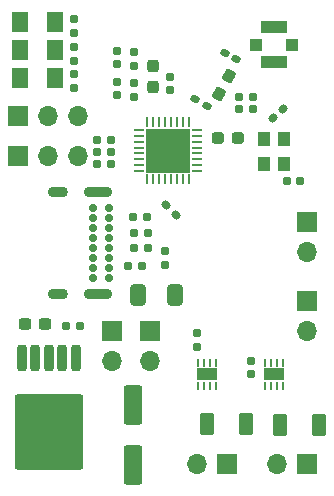
<source format=gbr>
%TF.GenerationSoftware,KiCad,Pcbnew,9.0.0*%
%TF.CreationDate,2025-09-05T21:38:02-05:00*%
%TF.ProjectId,RIOT_Receiver_ESP,52494f54-5f52-4656-9365-697665725f45,rev?*%
%TF.SameCoordinates,Original*%
%TF.FileFunction,Soldermask,Top*%
%TF.FilePolarity,Negative*%
%FSLAX46Y46*%
G04 Gerber Fmt 4.6, Leading zero omitted, Abs format (unit mm)*
G04 Created by KiCad (PCBNEW 9.0.0) date 2025-09-05 21:38:02*
%MOMM*%
%LPD*%
G01*
G04 APERTURE LIST*
G04 Aperture macros list*
%AMRoundRect*
0 Rectangle with rounded corners*
0 $1 Rounding radius*
0 $2 $3 $4 $5 $6 $7 $8 $9 X,Y pos of 4 corners*
0 Add a 4 corners polygon primitive as box body*
4,1,4,$2,$3,$4,$5,$6,$7,$8,$9,$2,$3,0*
0 Add four circle primitives for the rounded corners*
1,1,$1+$1,$2,$3*
1,1,$1+$1,$4,$5*
1,1,$1+$1,$6,$7*
1,1,$1+$1,$8,$9*
0 Add four rect primitives between the rounded corners*
20,1,$1+$1,$2,$3,$4,$5,0*
20,1,$1+$1,$4,$5,$6,$7,0*
20,1,$1+$1,$6,$7,$8,$9,0*
20,1,$1+$1,$8,$9,$2,$3,0*%
G04 Aperture macros list end*
%ADD10R,1.700000X1.700000*%
%ADD11O,1.700000X1.700000*%
%ADD12RoundRect,0.160000X0.160000X-0.197500X0.160000X0.197500X-0.160000X0.197500X-0.160000X-0.197500X0*%
%ADD13RoundRect,0.250001X-0.462499X-0.624999X0.462499X-0.624999X0.462499X0.624999X-0.462499X0.624999X0*%
%ADD14RoundRect,0.155000X0.155000X-0.212500X0.155000X0.212500X-0.155000X0.212500X-0.155000X-0.212500X0*%
%ADD15RoundRect,0.237500X0.287500X0.237500X-0.287500X0.237500X-0.287500X-0.237500X0.287500X-0.237500X0*%
%ADD16RoundRect,0.155000X0.212500X0.155000X-0.212500X0.155000X-0.212500X-0.155000X0.212500X-0.155000X0*%
%ADD17RoundRect,0.250000X-0.362500X-0.700000X0.362500X-0.700000X0.362500X0.700000X-0.362500X0.700000X0*%
%ADD18RoundRect,0.250000X-0.550000X1.412500X-0.550000X-1.412500X0.550000X-1.412500X0.550000X1.412500X0*%
%ADD19RoundRect,0.155000X-0.040659X-0.259862X0.259862X0.040659X0.040659X0.259862X-0.259862X-0.040659X0*%
%ADD20RoundRect,0.155000X-0.261530X-0.027984X0.106530X-0.240484X0.261530X0.027984X-0.106530X0.240484X0*%
%ADD21RoundRect,0.250000X-0.412500X-0.650000X0.412500X-0.650000X0.412500X0.650000X-0.412500X0.650000X0*%
%ADD22RoundRect,0.160000X-0.197500X-0.160000X0.197500X-0.160000X0.197500X0.160000X-0.197500X0.160000X0*%
%ADD23RoundRect,0.155000X-0.155000X0.212500X-0.155000X-0.212500X0.155000X-0.212500X0.155000X0.212500X0*%
%ADD24R,1.100000X1.300000*%
%ADD25C,0.700000*%
%ADD26O,2.400000X0.900000*%
%ADD27O,1.700000X0.900000*%
%ADD28RoundRect,0.237500X-0.237500X0.287500X-0.237500X-0.287500X0.237500X-0.287500X0.237500X0.287500X0*%
%ADD29RoundRect,0.237500X0.061931X-0.367732X0.349431X0.130232X-0.061931X0.367732X-0.349431X-0.130232X0*%
%ADD30R,0.279400X0.711200*%
%ADD31R,1.701800X0.990600*%
%ADD32R,1.000000X1.000000*%
%ADD33R,2.200000X1.050000*%
%ADD34RoundRect,0.200000X-0.200000X0.900000X-0.200000X-0.900000X0.200000X-0.900000X0.200000X0.900000X0*%
%ADD35RoundRect,0.249997X-2.650003X2.950003X-2.650003X-2.950003X2.650003X-2.950003X2.650003X2.950003X0*%
%ADD36RoundRect,0.155000X0.259862X-0.040659X-0.040659X0.259862X-0.259862X0.040659X0.040659X-0.259862X0*%
%ADD37RoundRect,0.155000X-0.212500X-0.155000X0.212500X-0.155000X0.212500X0.155000X-0.212500X0.155000X0*%
%ADD38RoundRect,0.062500X-0.062500X0.337500X-0.062500X-0.337500X0.062500X-0.337500X0.062500X0.337500X0*%
%ADD39RoundRect,0.062500X-0.337500X0.062500X-0.337500X-0.062500X0.337500X-0.062500X0.337500X0.062500X0*%
%ADD40R,3.700000X3.700000*%
%ADD41RoundRect,0.237500X-0.300000X-0.237500X0.300000X-0.237500X0.300000X0.237500X-0.300000X0.237500X0*%
%ADD42RoundRect,0.160000X0.197500X0.160000X-0.197500X0.160000X-0.197500X-0.160000X0.197500X-0.160000X0*%
G04 APERTURE END LIST*
D10*
%TO.C,J7*%
X163750000Y-105225000D03*
D11*
X163750000Y-107765000D03*
%TD*%
D12*
%TO.C,R1*%
X157300000Y-79997500D03*
X157300000Y-78802500D03*
%TD*%
%TO.C,R11*%
X162400000Y-85397500D03*
X162400000Y-84202500D03*
%TD*%
D13*
%TO.C,D1*%
X152712500Y-79050000D03*
X155687500Y-79050000D03*
%TD*%
D14*
%TO.C,C21*%
X167750000Y-106567500D03*
X167750000Y-105432500D03*
%TD*%
D15*
%TO.C,L2*%
X171225000Y-88850000D03*
X169475000Y-88850000D03*
%TD*%
D16*
%TO.C,C14*%
X160417500Y-91100000D03*
X159282500Y-91100000D03*
%TD*%
D14*
%TO.C,C8*%
X160900000Y-82667500D03*
X160900000Y-81532500D03*
%TD*%
D10*
%TO.C,J8*%
X152560000Y-90400000D03*
D11*
X155100000Y-90400000D03*
X157640000Y-90400000D03*
%TD*%
D17*
%TO.C,R4*%
X174755000Y-113190000D03*
X178080000Y-113190000D03*
%TD*%
D18*
%TO.C,REF\u002A\u002A*%
X162300000Y-111462500D03*
X162300000Y-116537500D03*
%TD*%
D19*
%TO.C,C9*%
X174173717Y-87226283D03*
X174976283Y-86423717D03*
%TD*%
D20*
%TO.C,C4*%
X167558531Y-85616250D03*
X168541469Y-86183750D03*
%TD*%
D21*
%TO.C,REF\u002A\u002A*%
X162687500Y-102200000D03*
X165812500Y-102200000D03*
%TD*%
D22*
%TO.C,R15*%
X161902500Y-99750000D03*
X163097500Y-99750000D03*
%TD*%
D23*
%TO.C,C22*%
X172250000Y-107750000D03*
X172250000Y-108885000D03*
%TD*%
D16*
%TO.C,C2*%
X157767500Y-104800000D03*
X156632500Y-104800000D03*
%TD*%
%TO.C,C12*%
X176467500Y-92500000D03*
X175332500Y-92500000D03*
%TD*%
D22*
%TO.C,R14*%
X162305000Y-95600000D03*
X163500000Y-95600000D03*
%TD*%
D24*
%TO.C,X1*%
X173400000Y-88950000D03*
X173400000Y-91050000D03*
X175050000Y-91050000D03*
X175050000Y-88950000D03*
%TD*%
D23*
%TO.C,C19*%
X165000000Y-98500000D03*
X165000000Y-99635000D03*
%TD*%
D22*
%TO.C,R12*%
X162402500Y-96950000D03*
X163597500Y-96950000D03*
%TD*%
D23*
%TO.C,C6*%
X165400000Y-83732500D03*
X165400000Y-84867500D03*
%TD*%
D10*
%TO.C,J9*%
X160500000Y-105200000D03*
D11*
X160500000Y-107740000D03*
%TD*%
D14*
%TO.C,C18*%
X160900000Y-85267500D03*
X160900000Y-84132500D03*
%TD*%
D25*
%TO.C,J5*%
X160275000Y-94775000D03*
X160275000Y-95625000D03*
X160275000Y-96475000D03*
X160275000Y-97325000D03*
X160275000Y-98175000D03*
X160275000Y-99025000D03*
X160275000Y-99875000D03*
X160275000Y-100725000D03*
X158925000Y-100725000D03*
X158925000Y-99875000D03*
X158925000Y-99025000D03*
X158925000Y-98175000D03*
X158925000Y-97325000D03*
X158925000Y-96475000D03*
X158925000Y-95625000D03*
X158925000Y-94775000D03*
D26*
X159295000Y-93425000D03*
D27*
X155915000Y-93425000D03*
D26*
X159295000Y-102075000D03*
D27*
X155915000Y-102075000D03*
%TD*%
D28*
%TO.C,L3*%
X164000000Y-82825000D03*
X164000000Y-84575000D03*
%TD*%
D10*
%TO.C,J1*%
X177000000Y-116500000D03*
D11*
X174460000Y-116500000D03*
%TD*%
D10*
%TO.C,J6*%
X177000000Y-96000000D03*
D11*
X177000000Y-98540000D03*
%TD*%
D12*
%TO.C,R2*%
X157300000Y-82397500D03*
X157300000Y-81202500D03*
%TD*%
D16*
%TO.C,C11*%
X172417500Y-85450000D03*
X171282500Y-85450000D03*
%TD*%
D12*
%TO.C,R3*%
X157300000Y-84697500D03*
X157300000Y-83502500D03*
%TD*%
D29*
%TO.C,L1*%
X169562500Y-85157772D03*
X170437500Y-83642228D03*
%TD*%
D16*
%TO.C,C17*%
X160417500Y-90100000D03*
X159282500Y-90100000D03*
%TD*%
D10*
%TO.C,J10*%
X152575000Y-87000000D03*
D11*
X155115000Y-87000000D03*
X157655000Y-87000000D03*
%TD*%
D20*
%TO.C,C5*%
X170058531Y-81666251D03*
X171041469Y-82233749D03*
%TD*%
D14*
%TO.C,C7*%
X162400000Y-82767500D03*
X162400000Y-81632500D03*
%TD*%
D30*
%TO.C,U2*%
X175000378Y-107900000D03*
X174500252Y-107900000D03*
X174000126Y-107900000D03*
X173500000Y-107900000D03*
X173500000Y-109906600D03*
X174000126Y-109906600D03*
X174500252Y-109906600D03*
X175000378Y-109906600D03*
D31*
X174250189Y-108903300D03*
%TD*%
D13*
%TO.C,D2*%
X152712500Y-81400000D03*
X155687500Y-81400000D03*
%TD*%
D10*
%TO.C,J4*%
X177000000Y-102725000D03*
D11*
X177000000Y-105265000D03*
%TD*%
D32*
%TO.C,REF\u002A\u002A*%
X172750000Y-81000000D03*
D33*
X174250000Y-79524999D03*
D32*
X175750000Y-81000000D03*
D33*
X174250000Y-82475001D03*
%TD*%
D17*
%TO.C,R5*%
X168537500Y-113100000D03*
X171862500Y-113100000D03*
%TD*%
D30*
%TO.C,U4*%
X169300000Y-107900000D03*
X168799874Y-107900000D03*
X168299748Y-107900000D03*
X167799622Y-107900000D03*
X167799622Y-109906600D03*
X168299748Y-109906600D03*
X168799874Y-109906600D03*
X169300000Y-109906600D03*
D31*
X168549811Y-108903300D03*
%TD*%
D34*
%TO.C,U3*%
X157440000Y-107500000D03*
X156300000Y-107500000D03*
X155160000Y-107500000D03*
D35*
X155160000Y-113800000D03*
D34*
X154020000Y-107500000D03*
X152880000Y-107500000D03*
%TD*%
D36*
%TO.C,C20*%
X165901283Y-95401283D03*
X165098717Y-94598717D03*
%TD*%
D10*
%TO.C,J2*%
X170275000Y-116500000D03*
D11*
X167735000Y-116500000D03*
%TD*%
D37*
%TO.C,C13*%
X159282500Y-89100000D03*
X160417500Y-89100000D03*
%TD*%
D13*
%TO.C,D3*%
X152712500Y-83800000D03*
X155687500Y-83800000D03*
%TD*%
D38*
%TO.C,U1*%
X167000000Y-87500000D03*
X166500000Y-87500000D03*
X166000000Y-87500000D03*
X165500000Y-87500000D03*
X165000000Y-87500000D03*
X164500000Y-87500000D03*
X164000000Y-87500000D03*
X163500000Y-87500000D03*
D39*
X162800000Y-88200000D03*
X162800000Y-88700000D03*
X162800000Y-89200000D03*
X162800000Y-89700000D03*
X162800000Y-90200000D03*
X162800000Y-90700000D03*
X162800000Y-91200000D03*
X162800000Y-91700000D03*
D38*
X163500000Y-92400000D03*
X164000000Y-92400000D03*
X164500000Y-92400000D03*
X165000000Y-92400000D03*
X165500000Y-92400000D03*
X166000000Y-92400000D03*
X166500000Y-92400000D03*
X167000000Y-92400000D03*
D39*
X167700000Y-91700000D03*
X167700000Y-91200000D03*
X167700000Y-90700000D03*
X167700000Y-90200000D03*
X167700000Y-89700000D03*
X167700000Y-89200000D03*
X167700000Y-88700000D03*
X167700000Y-88200000D03*
D40*
X165250000Y-89950000D03*
%TD*%
D41*
%TO.C,C3*%
X153137500Y-104600000D03*
X154862500Y-104600000D03*
%TD*%
D42*
%TO.C,R13*%
X163597500Y-98200000D03*
X162402500Y-98200000D03*
%TD*%
D16*
%TO.C,C10*%
X172417500Y-86450000D03*
X171282500Y-86450000D03*
%TD*%
M02*

</source>
